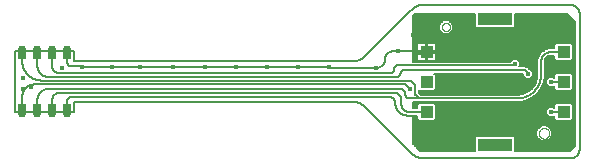
<source format=gtl>
G75*
%MOIN*%
%OFA0B0*%
%FSLAX25Y25*%
%IPPOS*%
%LPD*%
%AMOC8*
5,1,8,0,0,1.08239X$1,22.5*
%
%ADD10C,0.00600*%
%ADD11R,0.04331X0.03937*%
%ADD12R,0.11811X0.03937*%
%ADD13C,0.00000*%
%ADD14C,0.03012*%
%ADD15R,0.02992X0.03150*%
%ADD16C,0.01587*%
D10*
X0055050Y0055954D02*
X0055198Y0055954D01*
X0074587Y0055954D01*
X0074735Y0055954D01*
X0074735Y0059498D01*
X0167262Y0059498D01*
X0167409Y0059498D01*
X0171585Y0057812D02*
X0187193Y0042285D01*
X0190050Y0043100D02*
X0187550Y0045600D01*
X0187550Y0054800D01*
X0189150Y0054800D01*
X0189150Y0053659D01*
X0189677Y0053131D01*
X0194753Y0053131D01*
X0195281Y0053659D01*
X0195281Y0058341D01*
X0194753Y0058868D01*
X0189677Y0058868D01*
X0189150Y0058341D01*
X0189150Y0057200D01*
X0187550Y0057200D01*
X0187550Y0059400D01*
X0223975Y0059400D01*
X0226687Y0060281D01*
X0228993Y0061957D01*
X0230669Y0064263D01*
X0230669Y0064263D01*
X0231550Y0066975D01*
X0231550Y0072700D01*
X0231622Y0073244D01*
X0232165Y0074185D01*
X0233106Y0074728D01*
X0233650Y0074800D01*
X0234819Y0074800D01*
X0234819Y0073659D01*
X0235346Y0073131D01*
X0240423Y0073131D01*
X0240950Y0073659D01*
X0240950Y0078341D01*
X0240423Y0078868D01*
X0235346Y0078868D01*
X0234819Y0078341D01*
X0234819Y0077200D01*
X0232444Y0077200D01*
X0230356Y0075994D01*
X0230356Y0075994D01*
X0229150Y0073906D01*
X0229150Y0068400D01*
X0229069Y0067368D01*
X0228431Y0065404D01*
X0227217Y0063733D01*
X0225546Y0062519D01*
X0223582Y0061881D01*
X0222550Y0061800D01*
X0190247Y0061800D01*
X0189850Y0062197D01*
X0189850Y0062197D01*
X0189550Y0062497D01*
X0189550Y0063259D01*
X0189677Y0063131D01*
X0194753Y0063131D01*
X0195281Y0063659D01*
X0195281Y0068341D01*
X0194822Y0068800D01*
X0224256Y0068800D01*
X0224256Y0067898D01*
X0225248Y0066906D01*
X0226652Y0066906D01*
X0227644Y0067898D01*
X0227644Y0069302D01*
X0226652Y0070294D01*
X0226574Y0070294D01*
X0226453Y0070503D01*
X0225247Y0071200D01*
X0223145Y0071200D01*
X0223344Y0071398D01*
X0223344Y0072802D01*
X0222352Y0073794D01*
X0220948Y0073794D01*
X0219956Y0072802D01*
X0219956Y0072800D01*
X0187550Y0072800D01*
X0187550Y0088100D01*
X0188050Y0088600D01*
X0208244Y0088600D01*
X0208244Y0084525D01*
X0208772Y0083998D01*
X0221328Y0083998D01*
X0221855Y0084525D01*
X0221855Y0088600D01*
X0239050Y0088600D01*
X0241550Y0086100D01*
X0241550Y0044600D01*
X0240050Y0043100D01*
X0221855Y0043100D01*
X0221855Y0047475D01*
X0221328Y0048002D01*
X0208772Y0048002D01*
X0208244Y0047475D01*
X0208244Y0043100D01*
X0190050Y0043100D01*
X0189587Y0043563D02*
X0208244Y0043563D01*
X0208244Y0044161D02*
X0188989Y0044161D01*
X0188390Y0044760D02*
X0208244Y0044760D01*
X0208244Y0045358D02*
X0187792Y0045358D01*
X0187550Y0045957D02*
X0208244Y0045957D01*
X0208244Y0046555D02*
X0187550Y0046555D01*
X0187550Y0047154D02*
X0208244Y0047154D01*
X0208522Y0047752D02*
X0187550Y0047752D01*
X0187550Y0048351D02*
X0228717Y0048351D01*
X0228717Y0048343D02*
X0229124Y0047361D01*
X0229875Y0046609D01*
X0230857Y0046202D01*
X0231920Y0046202D01*
X0232902Y0046609D01*
X0233653Y0047361D01*
X0234060Y0048343D01*
X0234060Y0049405D01*
X0233653Y0050387D01*
X0232902Y0051139D01*
X0231920Y0051546D01*
X0230857Y0051546D01*
X0229875Y0051139D01*
X0229124Y0050387D01*
X0228717Y0049405D01*
X0228717Y0048343D01*
X0228717Y0048949D02*
X0187550Y0048949D01*
X0187550Y0049548D02*
X0228776Y0049548D01*
X0229024Y0050146D02*
X0187550Y0050146D01*
X0187550Y0050745D02*
X0229481Y0050745D01*
X0230369Y0051343D02*
X0187550Y0051343D01*
X0187550Y0051942D02*
X0241550Y0051942D01*
X0241550Y0052540D02*
X0187550Y0052540D01*
X0187550Y0053139D02*
X0189670Y0053139D01*
X0189150Y0053737D02*
X0187550Y0053737D01*
X0187550Y0054336D02*
X0189150Y0054336D01*
X0188950Y0053800D02*
X0187950Y0054800D01*
X0186150Y0054800D01*
X0185853Y0054800D01*
X0186350Y0056000D02*
X0186550Y0056000D01*
X0192215Y0056000D01*
X0195281Y0056132D02*
X0232056Y0056132D01*
X0232056Y0056602D02*
X0232056Y0055198D01*
X0233048Y0054206D01*
X0234452Y0054206D01*
X0234819Y0054574D01*
X0234819Y0053659D01*
X0235346Y0053131D01*
X0240423Y0053131D01*
X0240950Y0053659D01*
X0240950Y0058341D01*
X0240423Y0058868D01*
X0235346Y0058868D01*
X0234819Y0058341D01*
X0234819Y0057226D01*
X0234452Y0057594D01*
X0233048Y0057594D01*
X0232056Y0056602D01*
X0232185Y0056730D02*
X0195281Y0056730D01*
X0195281Y0057329D02*
X0232783Y0057329D01*
X0234717Y0057329D02*
X0234819Y0057329D01*
X0234819Y0057927D02*
X0195281Y0057927D01*
X0195096Y0058526D02*
X0235004Y0058526D01*
X0240766Y0058526D02*
X0241550Y0058526D01*
X0241550Y0059124D02*
X0187550Y0059124D01*
X0187550Y0058526D02*
X0189334Y0058526D01*
X0189150Y0057927D02*
X0187550Y0057927D01*
X0187550Y0057329D02*
X0189150Y0057329D01*
X0186550Y0056000D02*
X0186449Y0056002D01*
X0186348Y0056008D01*
X0186248Y0056017D01*
X0186148Y0056030D01*
X0186048Y0056047D01*
X0185949Y0056068D01*
X0185851Y0056092D01*
X0185754Y0056120D01*
X0185658Y0056152D01*
X0185564Y0056187D01*
X0185470Y0056225D01*
X0185379Y0056267D01*
X0185288Y0056313D01*
X0185200Y0056362D01*
X0185114Y0056414D01*
X0185029Y0056469D01*
X0184947Y0056528D01*
X0184867Y0056589D01*
X0184789Y0056653D01*
X0184714Y0056721D01*
X0184641Y0056791D01*
X0184571Y0056864D01*
X0184503Y0056939D01*
X0184439Y0057017D01*
X0184378Y0057097D01*
X0184319Y0057179D01*
X0184264Y0057264D01*
X0184212Y0057350D01*
X0184163Y0057438D01*
X0184117Y0057529D01*
X0184075Y0057620D01*
X0184037Y0057714D01*
X0184002Y0057808D01*
X0183970Y0057904D01*
X0183942Y0058001D01*
X0183918Y0058099D01*
X0183897Y0058198D01*
X0183880Y0058298D01*
X0183867Y0058398D01*
X0183858Y0058498D01*
X0183852Y0058599D01*
X0183850Y0058700D01*
X0183850Y0060100D01*
X0183848Y0060195D01*
X0183842Y0060290D01*
X0183832Y0060384D01*
X0183819Y0060479D01*
X0183801Y0060572D01*
X0183780Y0060665D01*
X0183754Y0060756D01*
X0183725Y0060847D01*
X0183693Y0060936D01*
X0183656Y0061024D01*
X0183616Y0061110D01*
X0183573Y0061195D01*
X0183526Y0061277D01*
X0183475Y0061358D01*
X0183422Y0061436D01*
X0183365Y0061513D01*
X0183305Y0061586D01*
X0183242Y0061658D01*
X0183176Y0061726D01*
X0183108Y0061792D01*
X0183036Y0061855D01*
X0182963Y0061915D01*
X0182886Y0061972D01*
X0182808Y0062025D01*
X0182727Y0062076D01*
X0182645Y0062123D01*
X0182560Y0062166D01*
X0182474Y0062206D01*
X0182386Y0062243D01*
X0182297Y0062275D01*
X0182206Y0062304D01*
X0182115Y0062330D01*
X0182022Y0062351D01*
X0181929Y0062369D01*
X0181834Y0062382D01*
X0181740Y0062392D01*
X0181645Y0062398D01*
X0181550Y0062400D01*
X0069650Y0062400D01*
X0069557Y0062398D01*
X0069465Y0062392D01*
X0069373Y0062382D01*
X0069281Y0062369D01*
X0069191Y0062351D01*
X0069100Y0062330D01*
X0069011Y0062304D01*
X0068923Y0062275D01*
X0068837Y0062243D01*
X0068752Y0062206D01*
X0068668Y0062166D01*
X0068586Y0062123D01*
X0068506Y0062076D01*
X0068429Y0062026D01*
X0068353Y0061973D01*
X0068280Y0061916D01*
X0068209Y0061856D01*
X0068141Y0061794D01*
X0068075Y0061728D01*
X0068013Y0061660D01*
X0067953Y0061589D01*
X0067896Y0061516D01*
X0067843Y0061440D01*
X0067793Y0061363D01*
X0067746Y0061283D01*
X0067703Y0061201D01*
X0067663Y0061117D01*
X0067626Y0061032D01*
X0067594Y0060946D01*
X0067565Y0060858D01*
X0067539Y0060769D01*
X0067518Y0060678D01*
X0067500Y0060588D01*
X0067487Y0060496D01*
X0067477Y0060404D01*
X0067471Y0060312D01*
X0067469Y0060219D01*
X0067469Y0057342D01*
X0067469Y0055673D01*
X0067476Y0055667D01*
X0072469Y0055673D02*
X0072469Y0057261D01*
X0072469Y0059919D01*
X0072471Y0059982D01*
X0072476Y0060044D01*
X0072485Y0060107D01*
X0072498Y0060168D01*
X0072514Y0060229D01*
X0072534Y0060289D01*
X0072557Y0060347D01*
X0072584Y0060404D01*
X0072614Y0060460D01*
X0072647Y0060513D01*
X0072683Y0060565D01*
X0072722Y0060614D01*
X0072764Y0060661D01*
X0072808Y0060705D01*
X0072855Y0060747D01*
X0072904Y0060786D01*
X0072956Y0060822D01*
X0073010Y0060855D01*
X0073065Y0060885D01*
X0073122Y0060912D01*
X0073180Y0060935D01*
X0073240Y0060955D01*
X0073301Y0060971D01*
X0073362Y0060984D01*
X0073425Y0060993D01*
X0073487Y0060998D01*
X0073550Y0061000D01*
X0179950Y0061000D01*
X0180033Y0060998D01*
X0180116Y0060992D01*
X0180199Y0060983D01*
X0180281Y0060969D01*
X0180362Y0060952D01*
X0180443Y0060931D01*
X0180522Y0060907D01*
X0180600Y0060878D01*
X0180677Y0060847D01*
X0180752Y0060811D01*
X0180826Y0060773D01*
X0180898Y0060730D01*
X0180967Y0060685D01*
X0181035Y0060636D01*
X0181100Y0060585D01*
X0181163Y0060530D01*
X0181223Y0060473D01*
X0181280Y0060413D01*
X0181335Y0060350D01*
X0181386Y0060285D01*
X0181435Y0060217D01*
X0181480Y0060148D01*
X0181523Y0060076D01*
X0181561Y0060002D01*
X0181597Y0059927D01*
X0181628Y0059850D01*
X0181657Y0059772D01*
X0181681Y0059693D01*
X0181702Y0059612D01*
X0181719Y0059531D01*
X0181733Y0059449D01*
X0181742Y0059366D01*
X0181748Y0059283D01*
X0181750Y0059200D01*
X0181752Y0059070D01*
X0181758Y0058939D01*
X0181767Y0058809D01*
X0181781Y0058680D01*
X0181798Y0058550D01*
X0181819Y0058422D01*
X0181844Y0058294D01*
X0181873Y0058167D01*
X0181906Y0058040D01*
X0181942Y0057915D01*
X0181982Y0057791D01*
X0182025Y0057668D01*
X0182073Y0057546D01*
X0182123Y0057426D01*
X0182178Y0057308D01*
X0182236Y0057191D01*
X0182297Y0057076D01*
X0182361Y0056962D01*
X0182429Y0056851D01*
X0182501Y0056742D01*
X0182575Y0056635D01*
X0182653Y0056530D01*
X0182733Y0056428D01*
X0182817Y0056328D01*
X0182904Y0056230D01*
X0182993Y0056135D01*
X0183085Y0056043D01*
X0183180Y0055954D01*
X0183278Y0055867D01*
X0183378Y0055783D01*
X0183480Y0055703D01*
X0183585Y0055625D01*
X0183692Y0055551D01*
X0183801Y0055479D01*
X0183912Y0055411D01*
X0184026Y0055347D01*
X0184141Y0055286D01*
X0184258Y0055228D01*
X0184376Y0055173D01*
X0184496Y0055123D01*
X0184618Y0055075D01*
X0184741Y0055032D01*
X0184865Y0054992D01*
X0184990Y0054956D01*
X0185117Y0054923D01*
X0185244Y0054894D01*
X0185372Y0054869D01*
X0185500Y0054848D01*
X0185630Y0054831D01*
X0185759Y0054817D01*
X0185889Y0054808D01*
X0186020Y0054802D01*
X0186150Y0054800D01*
X0194761Y0053139D02*
X0235339Y0053139D01*
X0234819Y0053737D02*
X0195281Y0053737D01*
X0195281Y0054336D02*
X0232919Y0054336D01*
X0232320Y0054934D02*
X0195281Y0054934D01*
X0195281Y0055533D02*
X0232056Y0055533D01*
X0233750Y0055900D02*
X0233850Y0056000D01*
X0237885Y0056000D01*
X0240950Y0056132D02*
X0241550Y0056132D01*
X0241550Y0056730D02*
X0240950Y0056730D01*
X0240950Y0057329D02*
X0241550Y0057329D01*
X0241550Y0057927D02*
X0240950Y0057927D01*
X0241550Y0059723D02*
X0224968Y0059723D01*
X0226687Y0060281D02*
X0226687Y0060281D01*
X0226742Y0060321D02*
X0241550Y0060321D01*
X0241550Y0060920D02*
X0227566Y0060920D01*
X0228390Y0061518D02*
X0241550Y0061518D01*
X0241550Y0062117D02*
X0229109Y0062117D01*
X0228993Y0061957D02*
X0228993Y0061957D01*
X0228993Y0061957D01*
X0229544Y0062715D02*
X0241550Y0062715D01*
X0241550Y0063314D02*
X0240605Y0063314D01*
X0240423Y0063131D02*
X0240950Y0063659D01*
X0240950Y0068341D01*
X0240423Y0068868D01*
X0235346Y0068868D01*
X0234819Y0068341D01*
X0234819Y0067226D01*
X0234452Y0067594D01*
X0233048Y0067594D01*
X0232056Y0066602D01*
X0232056Y0065198D01*
X0233048Y0064206D01*
X0234452Y0064206D01*
X0234819Y0064574D01*
X0234819Y0063659D01*
X0235346Y0063131D01*
X0240423Y0063131D01*
X0240950Y0063912D02*
X0241550Y0063912D01*
X0241550Y0064511D02*
X0240950Y0064511D01*
X0240950Y0065109D02*
X0241550Y0065109D01*
X0241550Y0065708D02*
X0240950Y0065708D01*
X0240950Y0066306D02*
X0241550Y0066306D01*
X0241550Y0066905D02*
X0240950Y0066905D01*
X0240950Y0067503D02*
X0241550Y0067503D01*
X0241550Y0068102D02*
X0240950Y0068102D01*
X0240591Y0068700D02*
X0241550Y0068700D01*
X0241550Y0069299D02*
X0231550Y0069299D01*
X0231550Y0069897D02*
X0241550Y0069897D01*
X0241550Y0070496D02*
X0231550Y0070496D01*
X0231550Y0071094D02*
X0241550Y0071094D01*
X0241550Y0071693D02*
X0231550Y0071693D01*
X0231550Y0072291D02*
X0241550Y0072291D01*
X0241550Y0072890D02*
X0231575Y0072890D01*
X0231763Y0073488D02*
X0234990Y0073488D01*
X0234819Y0074087D02*
X0232108Y0074087D01*
X0233032Y0074685D02*
X0234819Y0074685D01*
X0233650Y0076000D02*
X0237885Y0076000D01*
X0240950Y0075882D02*
X0241550Y0075882D01*
X0241550Y0075284D02*
X0240950Y0075284D01*
X0240950Y0074685D02*
X0241550Y0074685D01*
X0241550Y0074087D02*
X0240950Y0074087D01*
X0240780Y0073488D02*
X0241550Y0073488D01*
X0241550Y0076481D02*
X0240950Y0076481D01*
X0240950Y0077079D02*
X0241550Y0077079D01*
X0241550Y0077678D02*
X0240950Y0077678D01*
X0240950Y0078276D02*
X0241550Y0078276D01*
X0241550Y0078875D02*
X0195011Y0078875D01*
X0195056Y0078849D02*
X0194805Y0078994D01*
X0194526Y0079068D01*
X0192515Y0079068D01*
X0192515Y0076300D01*
X0191915Y0076300D01*
X0191915Y0075700D01*
X0188950Y0075700D01*
X0188950Y0073887D01*
X0189025Y0073607D01*
X0189170Y0073356D01*
X0189375Y0073151D01*
X0189625Y0073006D01*
X0189905Y0072931D01*
X0191915Y0072931D01*
X0191915Y0075700D01*
X0192515Y0075700D01*
X0192515Y0072931D01*
X0194526Y0072931D01*
X0194805Y0073006D01*
X0195056Y0073151D01*
X0195261Y0073356D01*
X0195406Y0073607D01*
X0195481Y0073887D01*
X0195481Y0075700D01*
X0192515Y0075700D01*
X0192515Y0076300D01*
X0195481Y0076300D01*
X0195481Y0078113D01*
X0195406Y0078393D01*
X0195261Y0078644D01*
X0195056Y0078849D01*
X0195437Y0078276D02*
X0234819Y0078276D01*
X0234819Y0077678D02*
X0195481Y0077678D01*
X0195481Y0077079D02*
X0232235Y0077079D01*
X0231199Y0076481D02*
X0195481Y0076481D01*
X0192515Y0076481D02*
X0191915Y0076481D01*
X0191915Y0076300D02*
X0191915Y0079068D01*
X0189905Y0079068D01*
X0189625Y0078994D01*
X0189375Y0078849D01*
X0189170Y0078644D01*
X0189025Y0078393D01*
X0188950Y0078113D01*
X0188950Y0076300D01*
X0191915Y0076300D01*
X0191915Y0075882D02*
X0187550Y0075882D01*
X0187350Y0076200D02*
X0182750Y0076200D01*
X0180750Y0076200D01*
X0180655Y0076198D01*
X0180560Y0076192D01*
X0180466Y0076182D01*
X0180371Y0076169D01*
X0180278Y0076151D01*
X0180185Y0076130D01*
X0180094Y0076104D01*
X0180003Y0076075D01*
X0179914Y0076043D01*
X0179826Y0076006D01*
X0179740Y0075966D01*
X0179655Y0075923D01*
X0179573Y0075876D01*
X0179492Y0075825D01*
X0179414Y0075772D01*
X0179337Y0075715D01*
X0179264Y0075655D01*
X0179192Y0075592D01*
X0179124Y0075526D01*
X0179058Y0075458D01*
X0178995Y0075386D01*
X0178935Y0075313D01*
X0178878Y0075236D01*
X0178825Y0075158D01*
X0178774Y0075077D01*
X0178727Y0074995D01*
X0178684Y0074910D01*
X0178644Y0074824D01*
X0178607Y0074736D01*
X0178575Y0074647D01*
X0178546Y0074556D01*
X0178520Y0074465D01*
X0178499Y0074372D01*
X0178481Y0074279D01*
X0178468Y0074184D01*
X0178458Y0074090D01*
X0178452Y0073995D01*
X0178450Y0073900D01*
X0178448Y0073788D01*
X0178442Y0073677D01*
X0178432Y0073566D01*
X0178419Y0073455D01*
X0178401Y0073344D01*
X0178380Y0073235D01*
X0178355Y0073126D01*
X0178326Y0073018D01*
X0178293Y0072911D01*
X0178257Y0072806D01*
X0178217Y0072701D01*
X0178173Y0072598D01*
X0178126Y0072497D01*
X0178075Y0072398D01*
X0178021Y0072300D01*
X0177964Y0072204D01*
X0177903Y0072111D01*
X0177839Y0072019D01*
X0177772Y0071930D01*
X0177701Y0071843D01*
X0177628Y0071759D01*
X0177552Y0071677D01*
X0177473Y0071598D01*
X0177391Y0071522D01*
X0177307Y0071449D01*
X0177220Y0071378D01*
X0177131Y0071311D01*
X0177039Y0071247D01*
X0176946Y0071186D01*
X0176850Y0071129D01*
X0176752Y0071075D01*
X0176653Y0071024D01*
X0176552Y0070977D01*
X0176449Y0070933D01*
X0176344Y0070893D01*
X0176239Y0070857D01*
X0176132Y0070824D01*
X0176024Y0070795D01*
X0175915Y0070770D01*
X0175806Y0070749D01*
X0175695Y0070731D01*
X0175584Y0070718D01*
X0175473Y0070708D01*
X0175362Y0070702D01*
X0175250Y0070700D01*
X0159950Y0070700D01*
X0159911Y0070702D01*
X0159872Y0070708D01*
X0159834Y0070717D01*
X0159797Y0070730D01*
X0159761Y0070747D01*
X0159728Y0070767D01*
X0159696Y0070791D01*
X0159667Y0070817D01*
X0159641Y0070846D01*
X0159617Y0070878D01*
X0159597Y0070911D01*
X0159580Y0070947D01*
X0159567Y0070984D01*
X0159558Y0071022D01*
X0159552Y0071061D01*
X0159550Y0071100D01*
X0149250Y0071100D01*
X0139150Y0071100D01*
X0128750Y0071100D01*
X0118250Y0071100D01*
X0107750Y0071100D01*
X0096750Y0071100D01*
X0087250Y0071100D01*
X0077250Y0071100D01*
X0077248Y0071117D01*
X0077244Y0071134D01*
X0077237Y0071150D01*
X0077227Y0071164D01*
X0077214Y0071177D01*
X0077200Y0071187D01*
X0077184Y0071194D01*
X0077167Y0071198D01*
X0077150Y0071200D01*
X0074050Y0071200D01*
X0073972Y0071202D01*
X0073895Y0071208D01*
X0073818Y0071217D01*
X0073742Y0071230D01*
X0073666Y0071247D01*
X0073591Y0071268D01*
X0073517Y0071292D01*
X0073445Y0071320D01*
X0073374Y0071352D01*
X0073305Y0071387D01*
X0073237Y0071425D01*
X0073172Y0071466D01*
X0073108Y0071511D01*
X0073047Y0071559D01*
X0072988Y0071610D01*
X0072932Y0071663D01*
X0072879Y0071719D01*
X0072828Y0071778D01*
X0072780Y0071839D01*
X0072735Y0071903D01*
X0072694Y0071968D01*
X0072656Y0072036D01*
X0072621Y0072105D01*
X0072589Y0072176D01*
X0072561Y0072248D01*
X0072537Y0072322D01*
X0072516Y0072397D01*
X0072499Y0072473D01*
X0072486Y0072549D01*
X0072477Y0072626D01*
X0072471Y0072703D01*
X0072469Y0072781D01*
X0072469Y0074939D01*
X0072476Y0074945D01*
X0072476Y0076533D01*
X0074587Y0076427D02*
X0074735Y0076427D01*
X0074735Y0072883D01*
X0167262Y0072883D01*
X0167409Y0072883D01*
X0171585Y0074613D02*
X0187094Y0090051D01*
X0187901Y0088451D02*
X0208244Y0088451D01*
X0208244Y0087853D02*
X0187550Y0087853D01*
X0187550Y0087254D02*
X0208244Y0087254D01*
X0208244Y0086656D02*
X0187550Y0086656D01*
X0187550Y0086057D02*
X0197240Y0086057D01*
X0197768Y0086585D02*
X0196433Y0085251D01*
X0196433Y0083364D01*
X0197768Y0082029D01*
X0199655Y0082029D01*
X0200989Y0083364D01*
X0200989Y0085251D01*
X0199655Y0086585D01*
X0197768Y0086585D01*
X0196641Y0085459D02*
X0187550Y0085459D01*
X0187550Y0084860D02*
X0196433Y0084860D01*
X0196433Y0084262D02*
X0187550Y0084262D01*
X0187550Y0083663D02*
X0196433Y0083663D01*
X0196732Y0083065D02*
X0187550Y0083065D01*
X0187550Y0082466D02*
X0197331Y0082466D01*
X0200092Y0082466D02*
X0241550Y0082466D01*
X0241550Y0081868D02*
X0187550Y0081868D01*
X0187550Y0081269D02*
X0241550Y0081269D01*
X0241550Y0080670D02*
X0187550Y0080670D01*
X0187550Y0080072D02*
X0241550Y0080072D01*
X0241550Y0079473D02*
X0187550Y0079473D01*
X0187550Y0078875D02*
X0189420Y0078875D01*
X0188994Y0078276D02*
X0187550Y0078276D01*
X0187550Y0077678D02*
X0188950Y0077678D01*
X0188950Y0077079D02*
X0187550Y0077079D01*
X0187550Y0076481D02*
X0188950Y0076481D01*
X0191415Y0075200D02*
X0192215Y0076000D01*
X0192515Y0075882D02*
X0230291Y0075882D01*
X0229946Y0075284D02*
X0195481Y0075284D01*
X0195481Y0074685D02*
X0229600Y0074685D01*
X0229255Y0074087D02*
X0195481Y0074087D01*
X0195337Y0073488D02*
X0220643Y0073488D01*
X0220045Y0072890D02*
X0187550Y0072890D01*
X0187550Y0073488D02*
X0189093Y0073488D01*
X0188950Y0074087D02*
X0187550Y0074087D01*
X0187550Y0074685D02*
X0188950Y0074685D01*
X0188950Y0075284D02*
X0187550Y0075284D01*
X0188350Y0075200D02*
X0188348Y0075260D01*
X0188343Y0075321D01*
X0188334Y0075380D01*
X0188321Y0075439D01*
X0188305Y0075498D01*
X0188285Y0075555D01*
X0188262Y0075610D01*
X0188235Y0075665D01*
X0188206Y0075717D01*
X0188173Y0075768D01*
X0188137Y0075817D01*
X0188099Y0075863D01*
X0188057Y0075907D01*
X0188013Y0075949D01*
X0187967Y0075987D01*
X0187918Y0076023D01*
X0187867Y0076056D01*
X0187815Y0076085D01*
X0187760Y0076112D01*
X0187705Y0076135D01*
X0187648Y0076155D01*
X0187589Y0076171D01*
X0187530Y0076184D01*
X0187471Y0076193D01*
X0187410Y0076198D01*
X0187350Y0076200D01*
X0188250Y0075200D02*
X0188350Y0075200D01*
X0191415Y0075200D01*
X0191915Y0075284D02*
X0192515Y0075284D01*
X0192515Y0074685D02*
X0191915Y0074685D01*
X0191915Y0074087D02*
X0192515Y0074087D01*
X0192515Y0073488D02*
X0191915Y0073488D01*
X0191915Y0077079D02*
X0192515Y0077079D01*
X0192515Y0077678D02*
X0191915Y0077678D01*
X0191915Y0078276D02*
X0192515Y0078276D01*
X0192515Y0078875D02*
X0191915Y0078875D01*
X0200690Y0083065D02*
X0241550Y0083065D01*
X0241550Y0083663D02*
X0200989Y0083663D01*
X0200989Y0084262D02*
X0208508Y0084262D01*
X0208244Y0084860D02*
X0200989Y0084860D01*
X0200781Y0085459D02*
X0208244Y0085459D01*
X0208244Y0086057D02*
X0200183Y0086057D01*
X0191270Y0091780D02*
X0191120Y0091778D01*
X0190971Y0091772D01*
X0190822Y0091763D01*
X0190673Y0091750D01*
X0190524Y0091733D01*
X0190376Y0091712D01*
X0190228Y0091687D01*
X0190081Y0091659D01*
X0189935Y0091627D01*
X0189790Y0091592D01*
X0189646Y0091552D01*
X0189502Y0091509D01*
X0189360Y0091463D01*
X0189219Y0091412D01*
X0189080Y0091359D01*
X0188941Y0091301D01*
X0188805Y0091241D01*
X0188670Y0091177D01*
X0188536Y0091109D01*
X0188404Y0091038D01*
X0188274Y0090964D01*
X0188147Y0090886D01*
X0188021Y0090806D01*
X0187897Y0090722D01*
X0187775Y0090635D01*
X0187656Y0090545D01*
X0187538Y0090452D01*
X0187424Y0090356D01*
X0187311Y0090257D01*
X0187202Y0090155D01*
X0187095Y0090051D01*
X0191270Y0091781D02*
X0191418Y0091781D01*
X0239941Y0091781D01*
X0240089Y0091781D01*
X0240199Y0091779D01*
X0240309Y0091773D01*
X0240418Y0091764D01*
X0240527Y0091750D01*
X0240636Y0091733D01*
X0240744Y0091712D01*
X0240851Y0091687D01*
X0240957Y0091659D01*
X0241062Y0091627D01*
X0241166Y0091591D01*
X0241269Y0091552D01*
X0241370Y0091509D01*
X0241470Y0091462D01*
X0241568Y0091412D01*
X0241664Y0091359D01*
X0241758Y0091302D01*
X0241850Y0091242D01*
X0241941Y0091179D01*
X0242028Y0091113D01*
X0242114Y0091044D01*
X0242197Y0090972D01*
X0242277Y0090897D01*
X0242355Y0090819D01*
X0242430Y0090739D01*
X0242502Y0090656D01*
X0242571Y0090570D01*
X0242637Y0090483D01*
X0242700Y0090392D01*
X0242760Y0090300D01*
X0242817Y0090206D01*
X0242870Y0090110D01*
X0242920Y0090012D01*
X0242967Y0089912D01*
X0243010Y0089811D01*
X0243049Y0089708D01*
X0243085Y0089604D01*
X0243117Y0089499D01*
X0243145Y0089393D01*
X0243170Y0089286D01*
X0243191Y0089178D01*
X0243208Y0089069D01*
X0243222Y0088960D01*
X0243231Y0088851D01*
X0243237Y0088741D01*
X0243239Y0088631D01*
X0243239Y0043750D01*
X0241550Y0044760D02*
X0221855Y0044760D01*
X0221855Y0045358D02*
X0241550Y0045358D01*
X0241550Y0045957D02*
X0221855Y0045957D01*
X0221855Y0046555D02*
X0230005Y0046555D01*
X0229330Y0047154D02*
X0221855Y0047154D01*
X0221578Y0047752D02*
X0228961Y0047752D01*
X0232772Y0046555D02*
X0241550Y0046555D01*
X0241550Y0047154D02*
X0233447Y0047154D01*
X0233816Y0047752D02*
X0241550Y0047752D01*
X0241550Y0048351D02*
X0234060Y0048351D01*
X0234060Y0048949D02*
X0241550Y0048949D01*
X0241550Y0049548D02*
X0234001Y0049548D01*
X0233753Y0050146D02*
X0241550Y0050146D01*
X0241550Y0050745D02*
X0233296Y0050745D01*
X0232408Y0051343D02*
X0241550Y0051343D01*
X0241550Y0053139D02*
X0240430Y0053139D01*
X0240950Y0053737D02*
X0241550Y0053737D01*
X0241550Y0054336D02*
X0240950Y0054336D01*
X0240950Y0054934D02*
X0241550Y0054934D01*
X0241550Y0055533D02*
X0240950Y0055533D01*
X0234819Y0054336D02*
X0234581Y0054336D01*
X0222550Y0060600D02*
X0189750Y0060600D01*
X0186650Y0060600D01*
X0186571Y0060602D01*
X0186493Y0060608D01*
X0186415Y0060617D01*
X0186338Y0060631D01*
X0186261Y0060648D01*
X0186186Y0060669D01*
X0186111Y0060694D01*
X0186038Y0060722D01*
X0185966Y0060754D01*
X0185896Y0060789D01*
X0185827Y0060828D01*
X0185761Y0060870D01*
X0185697Y0060915D01*
X0185635Y0060963D01*
X0185576Y0061014D01*
X0185519Y0061069D01*
X0185464Y0061126D01*
X0185413Y0061185D01*
X0185365Y0061247D01*
X0185320Y0061311D01*
X0185278Y0061377D01*
X0185239Y0061446D01*
X0185204Y0061516D01*
X0185172Y0061588D01*
X0185144Y0061661D01*
X0185119Y0061736D01*
X0185098Y0061811D01*
X0185081Y0061888D01*
X0185067Y0061965D01*
X0185058Y0062043D01*
X0185052Y0062121D01*
X0185050Y0062200D01*
X0185048Y0062279D01*
X0185042Y0062357D01*
X0185033Y0062435D01*
X0185019Y0062512D01*
X0185002Y0062589D01*
X0184981Y0062664D01*
X0184956Y0062739D01*
X0184928Y0062812D01*
X0184896Y0062884D01*
X0184861Y0062954D01*
X0184822Y0063023D01*
X0184780Y0063089D01*
X0184735Y0063153D01*
X0184687Y0063215D01*
X0184636Y0063274D01*
X0184581Y0063331D01*
X0184524Y0063386D01*
X0184465Y0063437D01*
X0184403Y0063485D01*
X0184339Y0063530D01*
X0184273Y0063572D01*
X0184204Y0063611D01*
X0184134Y0063646D01*
X0184062Y0063678D01*
X0183989Y0063706D01*
X0183914Y0063731D01*
X0183839Y0063752D01*
X0183762Y0063769D01*
X0183685Y0063783D01*
X0183607Y0063792D01*
X0183529Y0063798D01*
X0183450Y0063800D01*
X0066350Y0063800D01*
X0063950Y0066500D02*
X0186150Y0066500D01*
X0185150Y0065200D02*
X0061250Y0065200D01*
X0061190Y0065198D01*
X0061129Y0065193D01*
X0061070Y0065184D01*
X0061011Y0065171D01*
X0060952Y0065155D01*
X0060895Y0065135D01*
X0060840Y0065112D01*
X0060785Y0065085D01*
X0060733Y0065056D01*
X0060682Y0065023D01*
X0060633Y0064987D01*
X0060587Y0064949D01*
X0060543Y0064907D01*
X0060501Y0064863D01*
X0060463Y0064817D01*
X0060427Y0064768D01*
X0060394Y0064717D01*
X0060365Y0064665D01*
X0060338Y0064610D01*
X0060315Y0064555D01*
X0060295Y0064498D01*
X0060279Y0064439D01*
X0060266Y0064380D01*
X0060257Y0064321D01*
X0060252Y0064260D01*
X0060250Y0064200D01*
X0061250Y0065200D02*
X0061129Y0065198D01*
X0061008Y0065192D01*
X0060887Y0065183D01*
X0060766Y0065169D01*
X0060647Y0065152D01*
X0060527Y0065130D01*
X0060409Y0065105D01*
X0060291Y0065076D01*
X0060174Y0065044D01*
X0060059Y0065007D01*
X0059944Y0064967D01*
X0059831Y0064924D01*
X0059720Y0064876D01*
X0059609Y0064826D01*
X0059501Y0064771D01*
X0059395Y0064713D01*
X0059290Y0064652D01*
X0059187Y0064588D01*
X0059087Y0064520D01*
X0058989Y0064449D01*
X0058893Y0064375D01*
X0058799Y0064298D01*
X0058708Y0064218D01*
X0058620Y0064135D01*
X0058534Y0064049D01*
X0058451Y0063961D01*
X0058371Y0063870D01*
X0058294Y0063776D01*
X0058220Y0063680D01*
X0058149Y0063582D01*
X0058081Y0063482D01*
X0058017Y0063379D01*
X0057956Y0063274D01*
X0057898Y0063168D01*
X0057843Y0063060D01*
X0057793Y0062949D01*
X0057745Y0062838D01*
X0057702Y0062725D01*
X0057662Y0062610D01*
X0057625Y0062495D01*
X0057593Y0062378D01*
X0057564Y0062260D01*
X0057539Y0062142D01*
X0057517Y0062022D01*
X0057500Y0061903D01*
X0057486Y0061782D01*
X0057477Y0061661D01*
X0057471Y0061540D01*
X0057469Y0061419D01*
X0057469Y0057261D01*
X0057469Y0055673D01*
X0057476Y0055667D01*
X0057469Y0057261D02*
X0057469Y0058461D01*
X0062469Y0057261D02*
X0062469Y0055673D01*
X0062476Y0055667D01*
X0062469Y0057261D02*
X0062469Y0059919D01*
X0062471Y0060041D01*
X0062477Y0060163D01*
X0062486Y0060284D01*
X0062500Y0060405D01*
X0062517Y0060526D01*
X0062538Y0060646D01*
X0062562Y0060766D01*
X0062591Y0060884D01*
X0062623Y0061002D01*
X0062659Y0061118D01*
X0062698Y0061234D01*
X0062742Y0061348D01*
X0062788Y0061460D01*
X0062838Y0061571D01*
X0062892Y0061681D01*
X0062949Y0061789D01*
X0063009Y0061895D01*
X0063073Y0061999D01*
X0063140Y0062100D01*
X0063210Y0062200D01*
X0063283Y0062298D01*
X0063360Y0062393D01*
X0063439Y0062486D01*
X0063521Y0062576D01*
X0063606Y0062663D01*
X0063693Y0062748D01*
X0063783Y0062830D01*
X0063876Y0062909D01*
X0063971Y0062986D01*
X0064069Y0063059D01*
X0064169Y0063129D01*
X0064270Y0063196D01*
X0064374Y0063260D01*
X0064480Y0063320D01*
X0064588Y0063377D01*
X0064698Y0063431D01*
X0064809Y0063481D01*
X0064921Y0063527D01*
X0065035Y0063571D01*
X0065151Y0063610D01*
X0065267Y0063646D01*
X0065385Y0063678D01*
X0065503Y0063707D01*
X0065623Y0063731D01*
X0065743Y0063752D01*
X0065864Y0063769D01*
X0065985Y0063783D01*
X0066106Y0063792D01*
X0066228Y0063798D01*
X0066350Y0063800D01*
X0066250Y0067700D02*
X0182150Y0067700D01*
X0182223Y0067702D01*
X0182296Y0067708D01*
X0182369Y0067717D01*
X0182441Y0067731D01*
X0182512Y0067748D01*
X0182583Y0067769D01*
X0182652Y0067793D01*
X0182719Y0067821D01*
X0182786Y0067853D01*
X0182850Y0067888D01*
X0182912Y0067926D01*
X0182973Y0067967D01*
X0183031Y0068012D01*
X0183087Y0068060D01*
X0183140Y0068110D01*
X0183190Y0068163D01*
X0183238Y0068219D01*
X0183283Y0068277D01*
X0183324Y0068338D01*
X0183362Y0068400D01*
X0183397Y0068464D01*
X0183429Y0068531D01*
X0183457Y0068598D01*
X0183481Y0068667D01*
X0183502Y0068738D01*
X0183519Y0068809D01*
X0183533Y0068881D01*
X0183542Y0068954D01*
X0183548Y0069027D01*
X0183550Y0069100D01*
X0183552Y0069159D01*
X0183558Y0069217D01*
X0183567Y0069276D01*
X0183581Y0069333D01*
X0183598Y0069389D01*
X0183619Y0069444D01*
X0183643Y0069498D01*
X0183671Y0069550D01*
X0183702Y0069600D01*
X0183736Y0069648D01*
X0183773Y0069693D01*
X0183814Y0069736D01*
X0183857Y0069777D01*
X0183902Y0069814D01*
X0183950Y0069848D01*
X0184000Y0069879D01*
X0184052Y0069907D01*
X0184106Y0069931D01*
X0184161Y0069952D01*
X0184217Y0069969D01*
X0184274Y0069983D01*
X0184333Y0069992D01*
X0184391Y0069998D01*
X0184450Y0070000D01*
X0224550Y0070000D01*
X0224256Y0068700D02*
X0194922Y0068700D01*
X0195281Y0068102D02*
X0224256Y0068102D01*
X0225950Y0068600D02*
X0225948Y0068673D01*
X0225942Y0068746D01*
X0225933Y0068819D01*
X0225919Y0068891D01*
X0225902Y0068962D01*
X0225881Y0069033D01*
X0225857Y0069102D01*
X0225829Y0069169D01*
X0225797Y0069236D01*
X0225762Y0069300D01*
X0225724Y0069362D01*
X0225683Y0069423D01*
X0225638Y0069481D01*
X0225590Y0069537D01*
X0225540Y0069590D01*
X0225487Y0069640D01*
X0225431Y0069688D01*
X0225373Y0069733D01*
X0225312Y0069774D01*
X0225250Y0069812D01*
X0225186Y0069847D01*
X0225119Y0069879D01*
X0225052Y0069907D01*
X0224983Y0069931D01*
X0224912Y0069952D01*
X0224841Y0069969D01*
X0224769Y0069983D01*
X0224696Y0069992D01*
X0224623Y0069998D01*
X0224550Y0070000D01*
X0226453Y0070503D02*
X0226453Y0070503D01*
X0226453Y0070503D01*
X0226458Y0070496D02*
X0229150Y0070496D01*
X0229150Y0071094D02*
X0225430Y0071094D01*
X0223344Y0071693D02*
X0229150Y0071693D01*
X0229150Y0072291D02*
X0223344Y0072291D01*
X0223255Y0072890D02*
X0229150Y0072890D01*
X0229150Y0073488D02*
X0222657Y0073488D01*
X0221650Y0072100D02*
X0221648Y0072056D01*
X0221642Y0072013D01*
X0221633Y0071971D01*
X0221620Y0071929D01*
X0221603Y0071889D01*
X0221583Y0071850D01*
X0221560Y0071813D01*
X0221533Y0071779D01*
X0221504Y0071746D01*
X0221471Y0071717D01*
X0221437Y0071690D01*
X0221400Y0071667D01*
X0221361Y0071647D01*
X0221321Y0071630D01*
X0221279Y0071617D01*
X0221237Y0071608D01*
X0221194Y0071602D01*
X0221150Y0071600D01*
X0182450Y0071600D01*
X0182390Y0071598D01*
X0182329Y0071593D01*
X0182270Y0071584D01*
X0182211Y0071571D01*
X0182152Y0071555D01*
X0182095Y0071535D01*
X0182040Y0071512D01*
X0181985Y0071485D01*
X0181933Y0071456D01*
X0181882Y0071423D01*
X0181833Y0071387D01*
X0181787Y0071349D01*
X0181743Y0071307D01*
X0181701Y0071263D01*
X0181663Y0071217D01*
X0181627Y0071168D01*
X0181594Y0071117D01*
X0181565Y0071065D01*
X0181538Y0071010D01*
X0181515Y0070955D01*
X0181495Y0070898D01*
X0181479Y0070839D01*
X0181466Y0070780D01*
X0181457Y0070721D01*
X0181452Y0070660D01*
X0181450Y0070600D01*
X0181448Y0070521D01*
X0181442Y0070443D01*
X0181433Y0070365D01*
X0181419Y0070288D01*
X0181402Y0070211D01*
X0181381Y0070136D01*
X0181356Y0070061D01*
X0181328Y0069988D01*
X0181296Y0069916D01*
X0181261Y0069846D01*
X0181222Y0069777D01*
X0181180Y0069711D01*
X0181135Y0069647D01*
X0181087Y0069585D01*
X0181036Y0069526D01*
X0180981Y0069469D01*
X0180924Y0069414D01*
X0180865Y0069363D01*
X0180803Y0069315D01*
X0180739Y0069270D01*
X0180673Y0069228D01*
X0180604Y0069189D01*
X0180534Y0069154D01*
X0180462Y0069122D01*
X0180389Y0069094D01*
X0180314Y0069069D01*
X0180239Y0069048D01*
X0180162Y0069031D01*
X0180085Y0069017D01*
X0180007Y0069008D01*
X0179929Y0069002D01*
X0179850Y0069000D01*
X0069750Y0069000D01*
X0069656Y0069002D01*
X0069562Y0069008D01*
X0069468Y0069018D01*
X0069375Y0069031D01*
X0069282Y0069049D01*
X0069190Y0069070D01*
X0069099Y0069095D01*
X0069009Y0069124D01*
X0068921Y0069156D01*
X0068834Y0069192D01*
X0068748Y0069232D01*
X0068664Y0069275D01*
X0068582Y0069321D01*
X0068502Y0069371D01*
X0068425Y0069425D01*
X0068349Y0069481D01*
X0068276Y0069540D01*
X0068205Y0069603D01*
X0068137Y0069668D01*
X0068072Y0069736D01*
X0068009Y0069807D01*
X0067950Y0069880D01*
X0067894Y0069956D01*
X0067840Y0070033D01*
X0067790Y0070113D01*
X0067744Y0070195D01*
X0067701Y0070279D01*
X0067661Y0070365D01*
X0067625Y0070452D01*
X0067593Y0070540D01*
X0067564Y0070630D01*
X0067539Y0070721D01*
X0067518Y0070813D01*
X0067500Y0070906D01*
X0067487Y0070999D01*
X0067477Y0071093D01*
X0067471Y0071187D01*
X0067469Y0071281D01*
X0067469Y0074939D01*
X0067476Y0074945D01*
X0067476Y0076533D01*
X0062476Y0076533D02*
X0062476Y0074945D01*
X0062469Y0074939D01*
X0062469Y0071481D01*
X0063950Y0066500D02*
X0063790Y0066502D01*
X0063630Y0066508D01*
X0063470Y0066518D01*
X0063311Y0066531D01*
X0063152Y0066549D01*
X0062993Y0066571D01*
X0062835Y0066596D01*
X0062678Y0066625D01*
X0062521Y0066658D01*
X0062366Y0066695D01*
X0062211Y0066736D01*
X0062057Y0066781D01*
X0061905Y0066829D01*
X0061753Y0066881D01*
X0061603Y0066937D01*
X0061455Y0066996D01*
X0061308Y0067059D01*
X0061162Y0067126D01*
X0061019Y0067196D01*
X0060876Y0067270D01*
X0060736Y0067347D01*
X0060598Y0067428D01*
X0060462Y0067512D01*
X0060328Y0067599D01*
X0060196Y0067689D01*
X0060066Y0067783D01*
X0059939Y0067880D01*
X0059814Y0067980D01*
X0059691Y0068083D01*
X0059571Y0068189D01*
X0059454Y0068298D01*
X0059340Y0068410D01*
X0059228Y0068524D01*
X0059119Y0068641D01*
X0059013Y0068761D01*
X0058910Y0068884D01*
X0058810Y0069009D01*
X0058713Y0069136D01*
X0058619Y0069266D01*
X0058529Y0069398D01*
X0058442Y0069532D01*
X0058358Y0069668D01*
X0058277Y0069806D01*
X0058200Y0069946D01*
X0058126Y0070089D01*
X0058056Y0070232D01*
X0057989Y0070378D01*
X0057926Y0070525D01*
X0057867Y0070673D01*
X0057811Y0070823D01*
X0057759Y0070975D01*
X0057711Y0071127D01*
X0057666Y0071281D01*
X0057625Y0071436D01*
X0057588Y0071591D01*
X0057555Y0071748D01*
X0057526Y0071905D01*
X0057501Y0072063D01*
X0057479Y0072222D01*
X0057461Y0072381D01*
X0057448Y0072540D01*
X0057438Y0072700D01*
X0057432Y0072860D01*
X0057430Y0073020D01*
X0057430Y0074939D01*
X0057476Y0074984D01*
X0057476Y0076533D01*
X0057430Y0075525D02*
X0057430Y0074939D01*
X0055198Y0076427D02*
X0074587Y0076427D01*
X0066250Y0067700D02*
X0066129Y0067702D01*
X0066008Y0067708D01*
X0065887Y0067717D01*
X0065766Y0067731D01*
X0065647Y0067748D01*
X0065527Y0067770D01*
X0065409Y0067795D01*
X0065291Y0067824D01*
X0065174Y0067856D01*
X0065059Y0067893D01*
X0064944Y0067933D01*
X0064831Y0067976D01*
X0064720Y0068024D01*
X0064609Y0068074D01*
X0064501Y0068129D01*
X0064395Y0068187D01*
X0064290Y0068248D01*
X0064187Y0068312D01*
X0064087Y0068380D01*
X0063989Y0068451D01*
X0063893Y0068525D01*
X0063799Y0068602D01*
X0063708Y0068682D01*
X0063620Y0068765D01*
X0063534Y0068851D01*
X0063451Y0068939D01*
X0063371Y0069030D01*
X0063294Y0069124D01*
X0063220Y0069220D01*
X0063149Y0069318D01*
X0063081Y0069418D01*
X0063017Y0069521D01*
X0062956Y0069626D01*
X0062898Y0069732D01*
X0062843Y0069840D01*
X0062793Y0069951D01*
X0062745Y0070062D01*
X0062702Y0070175D01*
X0062662Y0070290D01*
X0062625Y0070405D01*
X0062593Y0070522D01*
X0062564Y0070640D01*
X0062539Y0070758D01*
X0062517Y0070878D01*
X0062500Y0070997D01*
X0062486Y0071118D01*
X0062477Y0071239D01*
X0062471Y0071360D01*
X0062469Y0071481D01*
X0055198Y0076427D02*
X0055050Y0076427D01*
X0055050Y0055954D01*
X0072469Y0055673D02*
X0072476Y0055667D01*
X0167410Y0059498D02*
X0167564Y0059496D01*
X0167717Y0059490D01*
X0167871Y0059480D01*
X0168024Y0059467D01*
X0168177Y0059449D01*
X0168329Y0059427D01*
X0168481Y0059402D01*
X0168632Y0059373D01*
X0168782Y0059339D01*
X0168932Y0059302D01*
X0169080Y0059262D01*
X0169227Y0059217D01*
X0169373Y0059169D01*
X0169518Y0059117D01*
X0169662Y0059061D01*
X0169803Y0059001D01*
X0169944Y0058938D01*
X0170083Y0058872D01*
X0170219Y0058802D01*
X0170355Y0058728D01*
X0170488Y0058651D01*
X0170619Y0058571D01*
X0170748Y0058487D01*
X0170875Y0058400D01*
X0171000Y0058310D01*
X0171122Y0058216D01*
X0171242Y0058120D01*
X0171359Y0058020D01*
X0171474Y0057918D01*
X0171586Y0057813D01*
X0185150Y0065200D02*
X0186550Y0063800D01*
X0188350Y0064300D02*
X0188348Y0064391D01*
X0188342Y0064482D01*
X0188333Y0064572D01*
X0188320Y0064662D01*
X0188303Y0064751D01*
X0188283Y0064840D01*
X0188259Y0064928D01*
X0188231Y0065014D01*
X0188200Y0065100D01*
X0188165Y0065184D01*
X0188126Y0065266D01*
X0188085Y0065347D01*
X0188040Y0065426D01*
X0187992Y0065503D01*
X0187940Y0065578D01*
X0187886Y0065651D01*
X0187829Y0065722D01*
X0187769Y0065790D01*
X0187706Y0065856D01*
X0187640Y0065919D01*
X0187572Y0065979D01*
X0187501Y0066036D01*
X0187428Y0066090D01*
X0187353Y0066142D01*
X0187276Y0066190D01*
X0187197Y0066235D01*
X0187116Y0066276D01*
X0187034Y0066315D01*
X0186950Y0066350D01*
X0186864Y0066381D01*
X0186778Y0066409D01*
X0186690Y0066433D01*
X0186601Y0066453D01*
X0186512Y0066470D01*
X0186422Y0066483D01*
X0186332Y0066492D01*
X0186241Y0066498D01*
X0186150Y0066500D01*
X0188350Y0064300D02*
X0188350Y0062000D01*
X0188352Y0061966D01*
X0188358Y0061933D01*
X0188367Y0061901D01*
X0188380Y0061870D01*
X0188396Y0061840D01*
X0188415Y0061813D01*
X0188438Y0061788D01*
X0188463Y0061765D01*
X0188490Y0061746D01*
X0188520Y0061730D01*
X0188551Y0061717D01*
X0188583Y0061708D01*
X0188616Y0061702D01*
X0188650Y0061700D01*
X0189750Y0060600D01*
X0189930Y0062117D02*
X0224307Y0062117D01*
X0225816Y0062715D02*
X0189550Y0062715D01*
X0194936Y0063314D02*
X0226640Y0063314D01*
X0227347Y0063912D02*
X0195281Y0063912D01*
X0195281Y0064511D02*
X0227782Y0064511D01*
X0228217Y0065109D02*
X0195281Y0065109D01*
X0195281Y0065708D02*
X0228529Y0065708D01*
X0228724Y0066306D02*
X0195281Y0066306D01*
X0195281Y0066905D02*
X0228918Y0066905D01*
X0229079Y0067503D02*
X0227248Y0067503D01*
X0227644Y0068102D02*
X0229127Y0068102D01*
X0229150Y0068700D02*
X0227644Y0068700D01*
X0227644Y0069299D02*
X0229150Y0069299D01*
X0229150Y0069897D02*
X0227048Y0069897D01*
X0230350Y0068400D02*
X0230348Y0068212D01*
X0230341Y0068023D01*
X0230330Y0067835D01*
X0230314Y0067647D01*
X0230293Y0067460D01*
X0230268Y0067273D01*
X0230239Y0067087D01*
X0230205Y0066901D01*
X0230166Y0066717D01*
X0230123Y0066533D01*
X0230076Y0066351D01*
X0230024Y0066170D01*
X0229968Y0065990D01*
X0229908Y0065811D01*
X0229843Y0065634D01*
X0229774Y0065459D01*
X0229701Y0065285D01*
X0229624Y0065113D01*
X0229542Y0064943D01*
X0229457Y0064775D01*
X0229367Y0064609D01*
X0229273Y0064446D01*
X0229176Y0064284D01*
X0229074Y0064126D01*
X0228969Y0063969D01*
X0228860Y0063815D01*
X0228748Y0063664D01*
X0228631Y0063516D01*
X0228512Y0063370D01*
X0228388Y0063228D01*
X0228262Y0063088D01*
X0228132Y0062952D01*
X0227998Y0062818D01*
X0227862Y0062688D01*
X0227722Y0062562D01*
X0227580Y0062438D01*
X0227434Y0062319D01*
X0227286Y0062202D01*
X0227135Y0062090D01*
X0226981Y0061981D01*
X0226824Y0061876D01*
X0226666Y0061774D01*
X0226504Y0061677D01*
X0226341Y0061583D01*
X0226175Y0061493D01*
X0226007Y0061408D01*
X0225837Y0061326D01*
X0225665Y0061249D01*
X0225491Y0061176D01*
X0225316Y0061107D01*
X0225139Y0061042D01*
X0224960Y0060982D01*
X0224780Y0060926D01*
X0224599Y0060874D01*
X0224417Y0060827D01*
X0224233Y0060784D01*
X0224049Y0060745D01*
X0223863Y0060711D01*
X0223677Y0060682D01*
X0223490Y0060657D01*
X0223303Y0060636D01*
X0223115Y0060620D01*
X0222927Y0060609D01*
X0222738Y0060602D01*
X0222550Y0060600D01*
X0229979Y0063314D02*
X0235164Y0063314D01*
X0234819Y0063912D02*
X0230414Y0063912D01*
X0230749Y0064511D02*
X0232744Y0064511D01*
X0232146Y0065109D02*
X0230944Y0065109D01*
X0231138Y0065708D02*
X0232056Y0065708D01*
X0232056Y0066306D02*
X0231333Y0066306D01*
X0231527Y0066905D02*
X0232359Y0066905D01*
X0232958Y0067503D02*
X0231550Y0067503D01*
X0231550Y0068102D02*
X0234819Y0068102D01*
X0234819Y0067503D02*
X0234542Y0067503D01*
X0235178Y0068700D02*
X0231550Y0068700D01*
X0230350Y0068400D02*
X0230350Y0072700D01*
X0230352Y0072813D01*
X0230358Y0072925D01*
X0230367Y0073037D01*
X0230381Y0073149D01*
X0230398Y0073261D01*
X0230419Y0073371D01*
X0230444Y0073481D01*
X0230472Y0073590D01*
X0230505Y0073698D01*
X0230541Y0073805D01*
X0230580Y0073911D01*
X0230623Y0074015D01*
X0230670Y0074117D01*
X0230720Y0074218D01*
X0230774Y0074317D01*
X0230830Y0074415D01*
X0230891Y0074510D01*
X0230954Y0074603D01*
X0231021Y0074694D01*
X0231090Y0074783D01*
X0231163Y0074869D01*
X0231238Y0074952D01*
X0231317Y0075033D01*
X0231398Y0075112D01*
X0231481Y0075187D01*
X0231567Y0075260D01*
X0231656Y0075329D01*
X0231747Y0075396D01*
X0231840Y0075459D01*
X0231935Y0075520D01*
X0232033Y0075576D01*
X0232132Y0075630D01*
X0232233Y0075680D01*
X0232335Y0075727D01*
X0232439Y0075770D01*
X0232545Y0075809D01*
X0232652Y0075845D01*
X0232760Y0075878D01*
X0232869Y0075906D01*
X0232979Y0075931D01*
X0233089Y0075952D01*
X0233201Y0075969D01*
X0233313Y0075983D01*
X0233425Y0075992D01*
X0233537Y0075998D01*
X0233650Y0076000D01*
X0241550Y0084262D02*
X0221592Y0084262D01*
X0221855Y0084860D02*
X0241550Y0084860D01*
X0241550Y0085459D02*
X0221855Y0085459D01*
X0221855Y0086057D02*
X0241550Y0086057D01*
X0240994Y0086656D02*
X0221855Y0086656D01*
X0221855Y0087254D02*
X0240396Y0087254D01*
X0239797Y0087853D02*
X0221855Y0087853D01*
X0221855Y0088451D02*
X0239199Y0088451D01*
X0224652Y0067503D02*
X0195281Y0067503D01*
X0171584Y0074614D02*
X0171477Y0074509D01*
X0171368Y0074407D01*
X0171255Y0074309D01*
X0171141Y0074213D01*
X0171023Y0074119D01*
X0170904Y0074029D01*
X0170782Y0073942D01*
X0170658Y0073858D01*
X0170533Y0073778D01*
X0170405Y0073700D01*
X0170275Y0073626D01*
X0170143Y0073555D01*
X0170010Y0073487D01*
X0169874Y0073423D01*
X0169738Y0073363D01*
X0169599Y0073305D01*
X0169460Y0073252D01*
X0169319Y0073201D01*
X0169177Y0073155D01*
X0169033Y0073112D01*
X0168889Y0073073D01*
X0168744Y0073037D01*
X0168598Y0073005D01*
X0168451Y0072977D01*
X0168303Y0072952D01*
X0168155Y0072931D01*
X0168006Y0072914D01*
X0167857Y0072901D01*
X0167708Y0072892D01*
X0167559Y0072886D01*
X0167409Y0072884D01*
X0187192Y0042285D02*
X0187304Y0042180D01*
X0187419Y0042078D01*
X0187536Y0041978D01*
X0187656Y0041882D01*
X0187778Y0041788D01*
X0187903Y0041698D01*
X0188030Y0041611D01*
X0188159Y0041527D01*
X0188290Y0041447D01*
X0188423Y0041370D01*
X0188559Y0041296D01*
X0188695Y0041226D01*
X0188834Y0041160D01*
X0188975Y0041097D01*
X0189116Y0041037D01*
X0189260Y0040981D01*
X0189405Y0040929D01*
X0189551Y0040881D01*
X0189698Y0040836D01*
X0189846Y0040796D01*
X0189996Y0040759D01*
X0190146Y0040725D01*
X0190297Y0040696D01*
X0190449Y0040671D01*
X0190601Y0040649D01*
X0190754Y0040631D01*
X0190907Y0040618D01*
X0191061Y0040608D01*
X0191214Y0040602D01*
X0191368Y0040600D01*
X0191369Y0040600D02*
X0191516Y0040600D01*
X0239941Y0040600D01*
X0240089Y0040600D01*
X0240513Y0043563D02*
X0221855Y0043563D01*
X0221855Y0044161D02*
X0241111Y0044161D01*
X0243239Y0043750D02*
X0243237Y0043640D01*
X0243231Y0043530D01*
X0243222Y0043421D01*
X0243208Y0043312D01*
X0243191Y0043203D01*
X0243170Y0043095D01*
X0243145Y0042988D01*
X0243117Y0042882D01*
X0243085Y0042777D01*
X0243049Y0042673D01*
X0243010Y0042570D01*
X0242967Y0042469D01*
X0242920Y0042369D01*
X0242870Y0042271D01*
X0242817Y0042175D01*
X0242760Y0042081D01*
X0242700Y0041989D01*
X0242637Y0041898D01*
X0242571Y0041811D01*
X0242502Y0041725D01*
X0242430Y0041642D01*
X0242355Y0041562D01*
X0242277Y0041484D01*
X0242197Y0041409D01*
X0242114Y0041337D01*
X0242028Y0041268D01*
X0241941Y0041202D01*
X0241850Y0041139D01*
X0241758Y0041079D01*
X0241664Y0041022D01*
X0241568Y0040969D01*
X0241470Y0040919D01*
X0241370Y0040872D01*
X0241269Y0040829D01*
X0241166Y0040790D01*
X0241062Y0040754D01*
X0240957Y0040722D01*
X0240851Y0040694D01*
X0240744Y0040669D01*
X0240636Y0040648D01*
X0240527Y0040631D01*
X0240418Y0040617D01*
X0240309Y0040608D01*
X0240199Y0040602D01*
X0240089Y0040600D01*
X0234819Y0064511D02*
X0234756Y0064511D01*
X0233750Y0065900D02*
X0237785Y0065900D01*
X0237885Y0066000D01*
D11*
X0237885Y0066000D03*
X0237885Y0076000D03*
X0237885Y0056000D03*
X0192215Y0056000D03*
X0192215Y0066000D03*
X0192215Y0076000D03*
D12*
X0215050Y0086866D03*
X0215050Y0045134D03*
D13*
X0229617Y0048874D02*
X0229619Y0048958D01*
X0229625Y0049041D01*
X0229635Y0049124D01*
X0229649Y0049207D01*
X0229666Y0049289D01*
X0229688Y0049370D01*
X0229713Y0049449D01*
X0229742Y0049528D01*
X0229775Y0049605D01*
X0229811Y0049680D01*
X0229851Y0049754D01*
X0229894Y0049826D01*
X0229941Y0049895D01*
X0229991Y0049962D01*
X0230044Y0050027D01*
X0230100Y0050089D01*
X0230158Y0050149D01*
X0230220Y0050206D01*
X0230284Y0050259D01*
X0230351Y0050310D01*
X0230420Y0050357D01*
X0230491Y0050402D01*
X0230564Y0050442D01*
X0230639Y0050479D01*
X0230716Y0050513D01*
X0230794Y0050543D01*
X0230873Y0050569D01*
X0230954Y0050592D01*
X0231036Y0050610D01*
X0231118Y0050625D01*
X0231201Y0050636D01*
X0231284Y0050643D01*
X0231368Y0050646D01*
X0231452Y0050645D01*
X0231535Y0050640D01*
X0231619Y0050631D01*
X0231701Y0050618D01*
X0231783Y0050602D01*
X0231864Y0050581D01*
X0231945Y0050557D01*
X0232023Y0050529D01*
X0232101Y0050497D01*
X0232177Y0050461D01*
X0232251Y0050422D01*
X0232323Y0050380D01*
X0232393Y0050334D01*
X0232461Y0050285D01*
X0232526Y0050233D01*
X0232589Y0050178D01*
X0232649Y0050120D01*
X0232707Y0050059D01*
X0232761Y0049995D01*
X0232813Y0049929D01*
X0232861Y0049861D01*
X0232906Y0049790D01*
X0232947Y0049717D01*
X0232986Y0049643D01*
X0233020Y0049567D01*
X0233051Y0049489D01*
X0233078Y0049410D01*
X0233102Y0049329D01*
X0233121Y0049248D01*
X0233137Y0049166D01*
X0233149Y0049083D01*
X0233157Y0048999D01*
X0233161Y0048916D01*
X0233161Y0048832D01*
X0233157Y0048749D01*
X0233149Y0048665D01*
X0233137Y0048582D01*
X0233121Y0048500D01*
X0233102Y0048419D01*
X0233078Y0048338D01*
X0233051Y0048259D01*
X0233020Y0048181D01*
X0232986Y0048105D01*
X0232947Y0048031D01*
X0232906Y0047958D01*
X0232861Y0047887D01*
X0232813Y0047819D01*
X0232761Y0047753D01*
X0232707Y0047689D01*
X0232649Y0047628D01*
X0232589Y0047570D01*
X0232526Y0047515D01*
X0232461Y0047463D01*
X0232393Y0047414D01*
X0232323Y0047368D01*
X0232251Y0047326D01*
X0232177Y0047287D01*
X0232101Y0047251D01*
X0232023Y0047219D01*
X0231945Y0047191D01*
X0231864Y0047167D01*
X0231783Y0047146D01*
X0231701Y0047130D01*
X0231619Y0047117D01*
X0231535Y0047108D01*
X0231452Y0047103D01*
X0231368Y0047102D01*
X0231284Y0047105D01*
X0231201Y0047112D01*
X0231118Y0047123D01*
X0231036Y0047138D01*
X0230954Y0047156D01*
X0230873Y0047179D01*
X0230794Y0047205D01*
X0230716Y0047235D01*
X0230639Y0047269D01*
X0230564Y0047306D01*
X0230491Y0047346D01*
X0230420Y0047391D01*
X0230351Y0047438D01*
X0230284Y0047489D01*
X0230220Y0047542D01*
X0230158Y0047599D01*
X0230100Y0047659D01*
X0230044Y0047721D01*
X0229991Y0047786D01*
X0229941Y0047853D01*
X0229894Y0047922D01*
X0229851Y0047994D01*
X0229811Y0048068D01*
X0229775Y0048143D01*
X0229742Y0048220D01*
X0229713Y0048299D01*
X0229688Y0048378D01*
X0229666Y0048459D01*
X0229649Y0048541D01*
X0229635Y0048624D01*
X0229625Y0048707D01*
X0229619Y0048790D01*
X0229617Y0048874D01*
X0197333Y0084307D02*
X0197335Y0084381D01*
X0197341Y0084455D01*
X0197351Y0084528D01*
X0197365Y0084601D01*
X0197382Y0084673D01*
X0197404Y0084743D01*
X0197429Y0084813D01*
X0197458Y0084881D01*
X0197491Y0084947D01*
X0197527Y0085012D01*
X0197567Y0085074D01*
X0197609Y0085135D01*
X0197655Y0085193D01*
X0197704Y0085248D01*
X0197756Y0085301D01*
X0197811Y0085351D01*
X0197868Y0085397D01*
X0197928Y0085441D01*
X0197990Y0085481D01*
X0198054Y0085518D01*
X0198120Y0085552D01*
X0198188Y0085582D01*
X0198257Y0085608D01*
X0198328Y0085631D01*
X0198399Y0085649D01*
X0198472Y0085664D01*
X0198545Y0085675D01*
X0198619Y0085682D01*
X0198693Y0085685D01*
X0198766Y0085684D01*
X0198840Y0085679D01*
X0198914Y0085670D01*
X0198987Y0085657D01*
X0199059Y0085640D01*
X0199130Y0085620D01*
X0199200Y0085595D01*
X0199268Y0085567D01*
X0199335Y0085536D01*
X0199400Y0085500D01*
X0199463Y0085462D01*
X0199524Y0085420D01*
X0199583Y0085374D01*
X0199639Y0085326D01*
X0199692Y0085275D01*
X0199742Y0085221D01*
X0199790Y0085164D01*
X0199834Y0085105D01*
X0199876Y0085043D01*
X0199914Y0084980D01*
X0199948Y0084914D01*
X0199979Y0084847D01*
X0200006Y0084778D01*
X0200029Y0084708D01*
X0200049Y0084637D01*
X0200065Y0084564D01*
X0200077Y0084491D01*
X0200085Y0084418D01*
X0200089Y0084344D01*
X0200089Y0084270D01*
X0200085Y0084196D01*
X0200077Y0084123D01*
X0200065Y0084050D01*
X0200049Y0083977D01*
X0200029Y0083906D01*
X0200006Y0083836D01*
X0199979Y0083767D01*
X0199948Y0083700D01*
X0199914Y0083634D01*
X0199876Y0083571D01*
X0199834Y0083509D01*
X0199790Y0083450D01*
X0199742Y0083393D01*
X0199692Y0083339D01*
X0199639Y0083288D01*
X0199583Y0083240D01*
X0199524Y0083194D01*
X0199463Y0083152D01*
X0199400Y0083114D01*
X0199335Y0083078D01*
X0199268Y0083047D01*
X0199200Y0083019D01*
X0199130Y0082994D01*
X0199059Y0082974D01*
X0198987Y0082957D01*
X0198914Y0082944D01*
X0198840Y0082935D01*
X0198766Y0082930D01*
X0198693Y0082929D01*
X0198619Y0082932D01*
X0198545Y0082939D01*
X0198472Y0082950D01*
X0198399Y0082965D01*
X0198328Y0082983D01*
X0198257Y0083006D01*
X0198188Y0083032D01*
X0198120Y0083062D01*
X0198054Y0083096D01*
X0197990Y0083133D01*
X0197928Y0083173D01*
X0197868Y0083217D01*
X0197811Y0083263D01*
X0197756Y0083313D01*
X0197704Y0083366D01*
X0197655Y0083421D01*
X0197609Y0083479D01*
X0197567Y0083540D01*
X0197527Y0083602D01*
X0197491Y0083667D01*
X0197458Y0083733D01*
X0197429Y0083801D01*
X0197404Y0083871D01*
X0197382Y0083941D01*
X0197365Y0084013D01*
X0197351Y0084086D01*
X0197341Y0084159D01*
X0197335Y0084233D01*
X0197333Y0084307D01*
D14*
X0072476Y0076533D03*
X0067476Y0076533D03*
X0062476Y0076533D03*
X0057476Y0076533D03*
X0057476Y0055667D03*
X0062476Y0055667D03*
X0067476Y0055667D03*
X0072476Y0055667D03*
D15*
X0072469Y0057261D03*
X0067469Y0057342D03*
X0062469Y0057261D03*
X0057469Y0057261D03*
X0057430Y0074939D03*
X0062469Y0074939D03*
X0067469Y0074939D03*
X0072469Y0074939D03*
D16*
X0077250Y0071100D03*
X0070750Y0070700D03*
X0057750Y0067200D03*
X0057750Y0063700D03*
X0060250Y0064200D03*
X0087250Y0071100D03*
X0096750Y0071100D03*
X0107750Y0071100D03*
X0118250Y0071100D03*
X0128750Y0071100D03*
X0139150Y0071100D03*
X0149250Y0071100D03*
X0159550Y0071100D03*
X0175250Y0070700D03*
X0182750Y0076200D03*
X0188250Y0075200D03*
X0192250Y0079200D03*
X0195750Y0075700D03*
X0203250Y0074500D03*
X0207250Y0079200D03*
X0212950Y0074600D03*
X0218850Y0074700D03*
X0221650Y0072100D03*
X0226650Y0071900D03*
X0225950Y0068600D03*
X0223550Y0066200D03*
X0218250Y0065700D03*
X0207250Y0066200D03*
X0198750Y0066200D03*
X0186550Y0063800D03*
X0198750Y0055700D03*
X0207250Y0055200D03*
X0215250Y0055300D03*
X0222750Y0054200D03*
X0233750Y0055900D03*
X0231250Y0062200D03*
X0233750Y0065900D03*
X0230250Y0079200D03*
X0221250Y0079200D03*
X0187750Y0081700D03*
M02*

</source>
